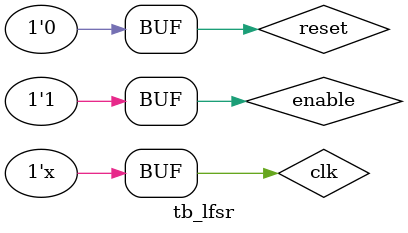
<source format=v>
`timescale 1ns / 1ps
module lfsr(clk,enable,reset,out);
input clk,enable,reset;
output [14:0] out;
reg [14:0] out;
wire linear_feedback;

assign linear_feedback =  ! (out[14] ^ out[13]);
always @(posedge clk)
if (reset) begin // active high reset
   out <= 15'b0;
end 
else if (enable)
begin
   out <= {out, linear_feedback};
   //$display("%d",out);
end 

endmodule

module tb_lfsr();



wire [14:0] out;
reg enable, reset,clk;
wire [4:0] randseq;
always 	#5 clk = ~clk;
lfsr test(clk,enable,reset,out);

initial
begin
clk = 0;
enable = 0;
reset = 1;
#20;
reset = 0;
#20;
enable = 1;


end

assign randseq = out%25;


endmodule

</source>
